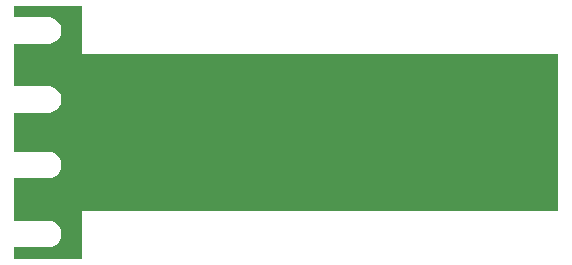
<source format=gbr>
G04 =======================================* 
G04 File Format: RS-274X * 
G04 Date:        May 24 2024 * 
G04 Time:        13:48:40 * 
G04 =======================================* 
G04 Format description *** 
G04 Code:          ASCII * 
G04 Unit:          Millimeter * 
G04 Coordinates:   Absolut * 
G04 Digits:        3.4-format * 
G04 Zeros skipped: Leading zeros omitted * 
G04 =======================================* 
%FSLAX34Y34*%
%MOMM*%
G90*
G71*
%LPD*%
G36*
G01X3000Y-16550D02*
G01X32000Y-16550D01*
G01X33759Y-16688D01*
G01X35476Y-17100D01*
G01X37107Y-17776D01*
G01X38612Y-18698D01*
G01X39954Y-19845D01*
G01X41101Y-21187D01*
G01X42023Y-22692D01*
G01X42699Y-24323D01*
G01X43111Y-26040D01*
G01X43250Y-27800D01*
G01X43111Y-29559D01*
G01X42699Y-31276D01*
G01X42023Y-32907D01*
G01X41101Y-34412D01*
G01X39954Y-35754D01*
G01X38612Y-36901D01*
G01X37107Y-37823D01*
G01X35476Y-38499D01*
G01X33759Y-38911D01*
G01X32000Y-39050D01*
G01X3000Y-39050D01*
G01X3000Y-74950D01*
G01X32000Y-74950D01*
G01X33759Y-75088D01*
G01X35476Y-75500D01*
G01X37107Y-76176D01*
G01X38612Y-77098D01*
G01X39954Y-78245D01*
G01X41101Y-79587D01*
G01X42023Y-81092D01*
G01X42699Y-82723D01*
G01X43111Y-84440D01*
G01X43250Y-86200D01*
G01X43111Y-87959D01*
G01X42699Y-89676D01*
G01X42023Y-91307D01*
G01X41101Y-92812D01*
G01X39954Y-94154D01*
G01X38612Y-95301D01*
G01X37107Y-96223D01*
G01X35476Y-96899D01*
G01X33759Y-97311D01*
G01X32000Y-97450D01*
G01X3000Y-97450D01*
G01X3000Y-107000D01*
G01X61000Y-107000D01*
G01X61000Y-66500D01*
G01X464000Y-66500D01*
G01X464000Y66500D01*
G01X61000Y66500D01*
G01X61000Y107000D01*
G01X3000Y107000D01*
G01X3000Y97450D01*
G01X32000Y97450D01*
G01X33759Y97311D01*
G01X35476Y96899D01*
G01X37107Y96223D01*
G01X38612Y95301D01*
G01X39954Y94154D01*
G01X41101Y92812D01*
G01X42023Y91307D01*
G01X42699Y89676D01*
G01X43111Y87959D01*
G01X43250Y86200D01*
G01X43111Y84440D01*
G01X42699Y82723D01*
G01X42023Y81092D01*
G01X41101Y79587D01*
G01X39954Y78245D01*
G01X38612Y77098D01*
G01X37107Y76176D01*
G01X35476Y75500D01*
G01X33759Y75088D01*
G01X32000Y74950D01*
G01X3000Y74950D01*
G01X3000Y39050D01*
G01X32000Y39050D01*
G01X33759Y38911D01*
G01X35476Y38499D01*
G01X37107Y37823D01*
G01X38612Y36901D01*
G01X39954Y35754D01*
G01X41101Y34412D01*
G01X42023Y32907D01*
G01X42699Y31276D01*
G01X43111Y29559D01*
G01X43250Y27800D01*
G01X43111Y26040D01*
G01X42699Y24323D01*
G01X42023Y22692D01*
G01X41101Y21187D01*
G01X39954Y19845D01*
G01X38612Y18698D01*
G01X37107Y17776D01*
G01X35476Y17100D01*
G01X33759Y16688D01*
G01X32000Y16550D01*
G01X3000Y16550D01*
G37*
M02* 
G04 End Of Gerber File* 

</source>
